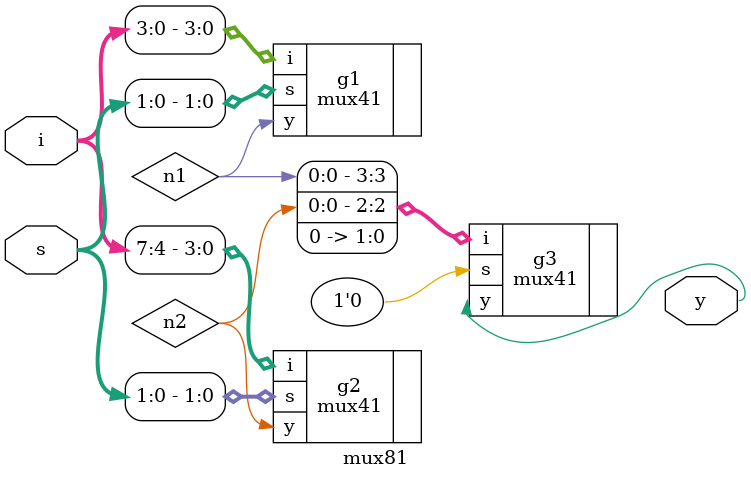
<source format=v>
`include "mux41.v"
module mux81(i,s,y);
	input [7:0]i;
	input [2:0]s;
	output y;
	wire n1,n2;
	mux41 g1(.i(i[3:0]),.s(s[1:0]),.y(n1));
	mux41 g2(.i(i[7:4]),.s(s[1:0]),.y(n2));
	mux41 g3(.i({n1,n2,1'b0,1'b0}),.s(1'b0),.y(y));
endmodule

</source>
